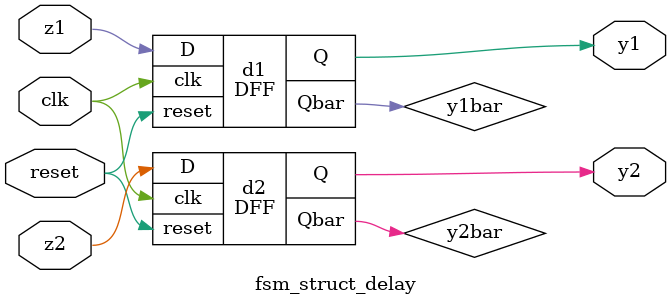
<source format=v>
module fsm_tb;
    
    reg clk,reset;
    wire out;
    integer i;
    integer j;
    
    reg in;
    
    fsm_struct m2(clk,reset,in,out);
    initial
        begin
            clk = 0;
             reset = 1;
             #1;
             reset = 0;
            
            for(j = 0; j < 20; j = j + 1)
            begin
               
                for(i = 0 ; i < $random % 40; i = i + 1) 
                begin
                    in = 0;
                    #10 clk = 1;
                    #10 clk = 0;
                     //reset = 0;
                   // $display("state = ",m1.state," input = ",in," output = " ,out);
                   //$display("========================");
                end
                
                for(i = 0 ; i < $random % 40 ; i = i + 1) in = 1;
                begin
                    in = 1;
                    #10 clk = 1;
                    #10 clk = 0;
                    //reset = 0;
                    //$display("state = ",m1.state," input = ",in," output = " ,out);
                    //$display("========================");
                end
                
            end            
        end
endmodule

module fsm_struct(clk,reset,in,out);
    input in,clk,reset;
    output out;
    
    wire z1,z2;
    wire y1,y2;
    
  
    
    fsm_struct_state fss(y1,y2,in,z1,z2);
    fsm_struct_output fso(y1,y2,in,out);
    fsm_struct_delay fsd(y1,y2,z1,z2,clk,reset);
endmodule
    


module fsm_struct_state(y1,y2,in,z1,z2);
    input y1,y2,in;
    output z1,z2;
    
    wire a1,a2;
    
    not(a1,y1);
    xor(a2,in,y2);
    or(z1,a1,a2);
    
   // assign z1 = (~y1)+(in^y2);
    assign z2 = in ;
    
endmodule

module fsm_struct_output(y1,y2,in,out);
    input y1,y2,in;
    output out;
    
    wire y1bar,y2bar,inbar,term1,term2;
    
    not(y1bar,y1);
    not(y2bar,y2);
    not(inbar,in);
    and(term1,y1bar,y2,inbar);
    and(term2,y1,y2bar,in);
    or(out,term1,term2);
    
   // assign out = ((~y1)&(y2)&(~in))+((y1)&(~y2)&(in));
    
endmodule  

module DFF(D,clk,reset,Q,Qbar);
    input D,clk,reset;
    output reg Q;
    output Qbar;
    assign Qbar = ~Q;   
    always @(posedge clk or posedge reset)
        begin
        if(reset) Q <= 0;
        else Q <= D;
    end
endmodule
    

module fsm_struct_delay(y1,y2,z1,z2,clk,reset);
    input z1,z2,clk,reset;
    output y1,y2;
    wire y1,y2;
    wire y1bar,y2bar;
    
    DFF d1(z1,clk,reset,y1,y1bar);
    DFF d2(z2,clk,reset,y2,y2bar);
    
//    always @(posedge clk)
//    begin
//    if(reset) 
//        begin
//        y1 <= 1'b0;
//        y2 <= 1'b0;
//        end
//    else
//        begin
//        y1 <= z1;
//        y2 <= z2;
//        end
//     end
endmodule
</source>
